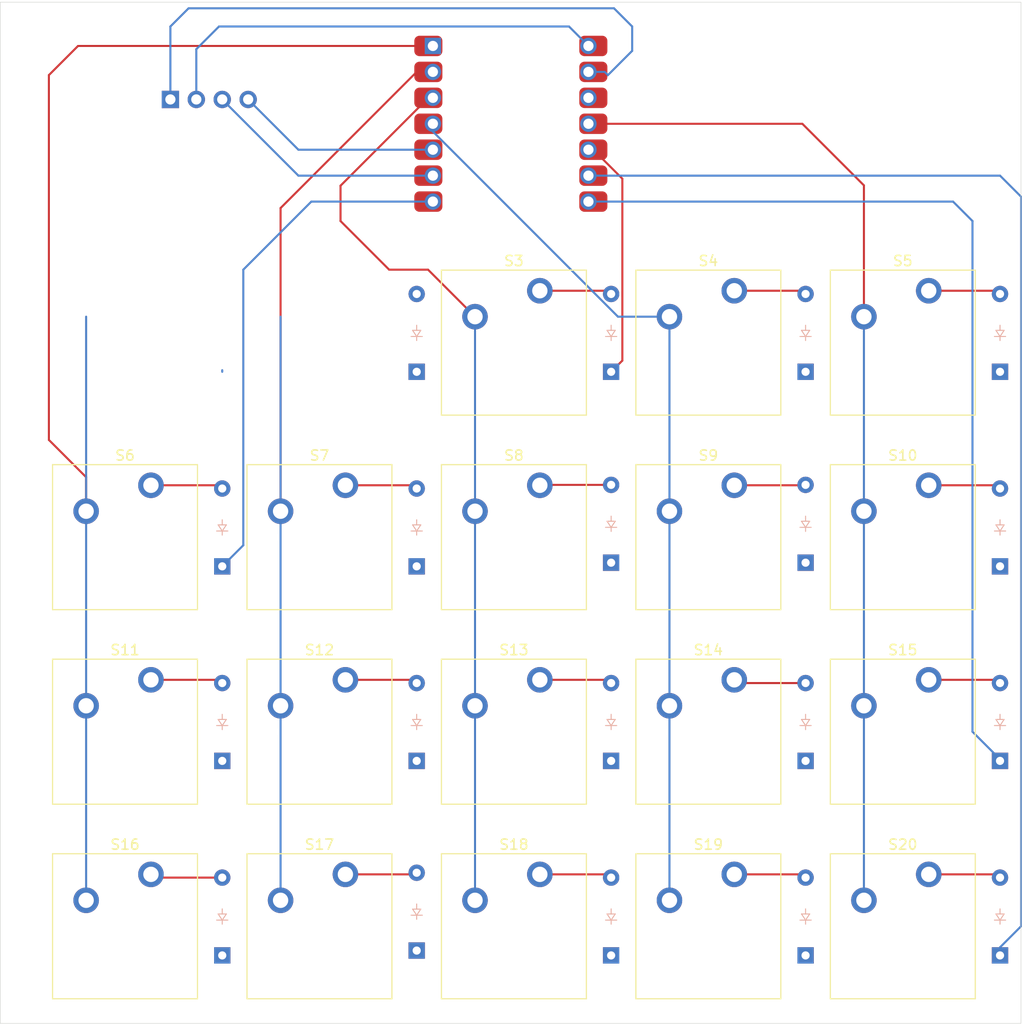
<source format=kicad_pcb>
(kicad_pcb (version 20240108) (generator "pcbnew") (generator_version "8.0")
  (layers (0 "F.Cu" signal) (31 "B.Cu" signal) (34 "B.Paste" user) (35 "F.Paste" user) (36 "B.SilkS" user "B.Silkscreen") (37 "F.SilkS" user "F.Silkscreen") (38 "B.Mask" user) (39 "F.Mask" user) (44 "Edge.Cuts" user))
  (net 0 "")
  (net 1 "row1")
  (net 2 "Net-(D2-A)")
  (net 3 "Net-(D3-A)")
  (net 4 "Net-(D4-A)")
  (net 5 "Net-(D5-A)")
  (net 6 "Net-(D6-A)")
  (net 7 "row2")
  (net 8 "Net-(D7-A)")
  (net 9 "Net-(D8-A)")
  (net 10 "Net-(D9-A)")
  (net 11 "Net-(D10-A)")
  (net 12 "row3")
  (net 13 "Net-(D11-A)")
  (net 14 "Net-(D12-A)")
  (net 15 "Net-(D13-A)")
  (net 16 "Net-(D14-A)")
  (net 17 "Net-(D15-A)")
  (net 18 "Net-(D16-A)")
  (net 19 "row4")
  (net 20 "Net-(D17-A)")
  (net 21 "Net-(D18-A)")
  (net 22 "Net-(D19-A)")
  (net 23 "Net-(D20-A)")
  (net 24 "column1")
  (net 25 "column2")
  (net 26 "column3")
  (net 27 "column4")
  (net 28 "column5")
  (net 29 "VCC")
  (net 30 "Gnd")
  (net 31 "SCL")
  (net 33 "SDA")
  (footprint "ScottoKeebs_MX:MX_PCB_1.00u" (layer "F.Cu") (at 135.5725 116.99875)
    (property "Reference" "S13" (at 0 -8 0) (layer "F.SilkS"))
    (property "Value" "Keyswitch")
    (fp_line (start -7.1 -7.1) (end -7.1 7.1) (stroke (width 0.12)) (layer "F.SilkS"))
    (fp_line (start -7.1 7.1) (end 7.1 7.1) (stroke (width 0.12)) (layer "F.SilkS"))
    (fp_line (start 7.1 -7.1) (end -7.1 -7.1) (stroke (width 0.12)) (layer "F.SilkS"))
    (fp_line (start 7.1 7.1) (end 7.1 -7.1) (stroke (width 0.12)) (layer "F.SilkS"))
    (pad "" np_thru_hole circle (at -5.08 0) (size 1.75 1.75) (drill 1.75) (layers "*.Cu" "*.Mask"))
    (pad "" np_thru_hole circle (at 0 0) (size 4 4) (drill 4) (layers "*.Cu" "*.Mask"))
    (pad "" np_thru_hole circle (at 5.08 0) (size 1.75 1.75) (drill 1.75) (layers "*.Cu" "*.Mask"))
    (pad "1" thru_hole circle (at -3.81 -2.54) (size 2.5 2.5) (drill 1.5) (layers "*.Cu" "*.Mask") (net 26 "column3"))
    (pad "2" thru_hole circle (at 2.54 -5.08) (size 2.5 2.5) (drill 1.5) (layers "*.Cu" "*.Mask") (net 15 "Net-(D13-A)"))
  )
  (footprint "ScottoKeebs_MX:MX_PCB_1.00u" (layer "F.Cu") (at 173.6725 136.04875)
    (property "Reference" "S20" (at 0 -8 0) (layer "F.SilkS"))
    (property "Value" "Keyswitch")
    (fp_line (start -7.1 -7.1) (end -7.1 7.1) (stroke (width 0.12)) (layer "F.SilkS"))
    (fp_line (start -7.1 7.1) (end 7.1 7.1) (stroke (width 0.12)) (layer "F.SilkS"))
    (fp_line (start 7.1 -7.1) (end -7.1 -7.1) (stroke (width 0.12)) (layer "F.SilkS"))
    (fp_line (start 7.1 7.1) (end 7.1 -7.1) (stroke (width 0.12)) (layer "F.SilkS"))
    (pad "" np_thru_hole circle (at -5.08 0) (size 1.75 1.75) (drill 1.75) (layers "*.Cu" "*.Mask"))
    (pad "" np_thru_hole circle (at 0 0) (size 4 4) (drill 4) (layers "*.Cu" "*.Mask"))
    (pad "" np_thru_hole circle (at 5.08 0) (size 1.75 1.75) (drill 1.75) (layers "*.Cu" "*.Mask"))
    (pad "1" thru_hole circle (at -3.81 -2.54) (size 2.5 2.5) (drill 1.5) (layers "*.Cu" "*.Mask") (net 28 "column5"))
    (pad "2" thru_hole circle (at 2.54 -5.08) (size 2.5 2.5) (drill 1.5) (layers "*.Cu" "*.Mask") (net 23 "Net-(D20-A)"))
  )
  (footprint "ScottoKeebs_MX:MX_PCB_1.00u" (layer "F.Cu") (at 97.4725 116.99875)
    (property "Reference" "S11" (at 0 -8 0) (layer "F.SilkS"))
    (property "Value" "Keyswitch")
    (fp_line (start -7.1 -7.1) (end -7.1 7.1) (stroke (width 0.12)) (layer "F.SilkS"))
    (fp_line (start -7.1 7.1) (end 7.1 7.1) (stroke (width 0.12)) (layer "F.SilkS"))
    (fp_line (start 7.1 -7.1) (end -7.1 -7.1) (stroke (width 0.12)) (layer "F.SilkS"))
    (fp_line (start 7.1 7.1) (end 7.1 -7.1) (stroke (width 0.12)) (layer "F.SilkS"))
    (pad "" np_thru_hole circle (at -5.08 0) (size 1.75 1.75) (drill 1.75) (layers "*.Cu" "*.Mask"))
    (pad "" np_thru_hole circle (at 0 0) (size 4 4) (drill 4) (layers "*.Cu" "*.Mask"))
    (pad "" np_thru_hole circle (at 5.08 0) (size 1.75 1.75) (drill 1.75) (layers "*.Cu" "*.Mask"))
    (pad "1" thru_hole circle (at -3.81 -2.54) (size 2.5 2.5) (drill 1.5) (layers "*.Cu" "*.Mask") (net 24 "column1"))
    (pad "2" thru_hole circle (at 2.54 -5.08) (size 2.5 2.5) (drill 1.5) (layers "*.Cu" "*.Mask") (net 13 "Net-(D11-A)"))
  )
  (footprint "ScottoKeebs_MX:MX_PCB_1.00u" (layer "F.Cu") (at 116.5225 97.94875)
    (property "Reference" "S7" (at 0 -8 0) (layer "F.SilkS"))
    (property "Value" "Keyswitch")
    (fp_line (start -7.1 -7.1) (end -7.1 7.1) (stroke (width 0.12)) (layer "F.SilkS"))
    (fp_line (start -7.1 7.1) (end 7.1 7.1) (stroke (width 0.12)) (layer "F.SilkS"))
    (fp_line (start 7.1 -7.1) (end -7.1 -7.1) (stroke (width 0.12)) (layer "F.SilkS"))
    (fp_line (start 7.1 7.1) (end 7.1 -7.1) (stroke (width 0.12)) (layer "F.SilkS"))
    (pad "" np_thru_hole circle (at -5.08 0) (size 1.75 1.75) (drill 1.75) (layers "*.Cu" "*.Mask"))
    (pad "" np_thru_hole circle (at 0 0) (size 4 4) (drill 4) (layers "*.Cu" "*.Mask"))
    (pad "" np_thru_hole circle (at 5.08 0) (size 1.75 1.75) (drill 1.75) (layers "*.Cu" "*.Mask"))
    (pad "1" thru_hole circle (at -3.81 -2.54) (size 2.5 2.5) (drill 1.5) (layers "*.Cu" "*.Mask") (net 25 "column2"))
    (pad "2" thru_hole circle (at 2.54 -5.08) (size 2.5 2.5) (drill 1.5) (layers "*.Cu" "*.Mask") (net 8 "Net-(D7-A)"))
  )
  (footprint "ScottoKeebs_MX:MX_PCB_1.00u" (layer "F.Cu") (at 154.6225 116.99875)
    (property "Reference" "S14" (at 0 -8 0) (layer "F.SilkS"))
    (property "Value" "Keyswitch")
    (fp_line (start -7.1 -7.1) (end -7.1 7.1) (stroke (width 0.12)) (layer "F.SilkS"))
    (fp_line (start -7.1 7.1) (end 7.1 7.1) (stroke (width 0.12)) (layer "F.SilkS"))
    (fp_line (start 7.1 -7.1) (end -7.1 -7.1) (stroke (width 0.12)) (layer "F.SilkS"))
    (fp_line (start 7.1 7.1) (end 7.1 -7.1) (stroke (width 0.12)) (layer "F.SilkS"))
    (pad "" np_thru_hole circle (at -5.08 0) (size 1.75 1.75) (drill 1.75) (layers "*.Cu" "*.Mask"))
    (pad "" np_thru_hole circle (at 0 0) (size 4 4) (drill 4) (layers "*.Cu" "*.Mask"))
    (pad "" np_thru_hole circle (at 5.08 0) (size 1.75 1.75) (drill 1.75) (layers "*.Cu" "*.Mask"))
    (pad "1" thru_hole circle (at -3.81 -2.54) (size 2.5 2.5) (drill 1.5) (layers "*.Cu" "*.Mask") (net 27 "column4"))
    (pad "2" thru_hole circle (at 2.54 -5.08) (size 2.5 2.5) (drill 1.5) (layers "*.Cu" "*.Mask") (net 16 "Net-(D14-A)"))
  )
  (footprint "ScottoKeebs_MX:MX_PCB_1.00u" (layer "F.Cu") (at 135.5725 136.04875)
    (property "Reference" "S18" (at 0 -8 0) (layer "F.SilkS"))
    (property "Value" "Keyswitch")
    (fp_line (start -7.1 -7.1) (end -7.1 7.1) (stroke (width 0.12)) (layer "F.SilkS"))
    (fp_line (start -7.1 7.1) (end 7.1 7.1) (stroke (width 0.12)) (layer "F.SilkS"))
    (fp_line (start 7.1 -7.1) (end -7.1 -7.1) (stroke (width 0.12)) (layer "F.SilkS"))
    (fp_line (start 7.1 7.1) (end 7.1 -7.1) (stroke (width 0.12)) (layer "F.SilkS"))
    (pad "" np_thru_hole circle (at -5.08 0) (size 1.75 1.75) (drill 1.75) (layers "*.Cu" "*.Mask"))
    (pad "" np_thru_hole circle (at 0 0) (size 4 4) (drill 4) (layers "*.Cu" "*.Mask"))
    (pad "" np_thru_hole circle (at 5.08 0) (size 1.75 1.75) (drill 1.75) (layers "*.Cu" "*.Mask"))
    (pad "1" thru_hole circle (at -3.81 -2.54) (size 2.5 2.5) (drill 1.5) (layers "*.Cu" "*.Mask") (net 26 "column3"))
    (pad "2" thru_hole circle (at 2.54 -5.08) (size 2.5 2.5) (drill 1.5) (layers "*.Cu" "*.Mask") (net 21 "Net-(D18-A)"))
  )
  (footprint "ScottoKeebs_Components:OLED_128x64" (layer "F.Cu") (at 105.7275 55.08625)
    (property "Reference" "J1" (hide yes))
    (property "Value" "OLED_128x64")
    (pad "1" thru_hole rect (at -3.81 0 90) (size 1.7 1.7) (drill 1) (layers "*.Cu" "*.Mask") (net 30 "Gnd"))
    (pad "2" thru_hole oval (at -1.27 0 90) (size 1.7 1.7) (drill 1) (layers "*.Cu" "*.Mask") (net 29 "VCC"))
    (pad "3" thru_hole oval (at 1.27 0 90) (size 1.7 1.7) (drill 1) (layers "*.Cu" "*.Mask") (net 31 "SCL"))
    (pad "4" thru_hole oval (at 3.81 0 90) (size 1.7 1.7) (drill 1) (layers "*.Cu" "*.Mask") (net 33 "SDA"))
  )
  (footprint "ScottoKeebs_MCU:Seeed_XIAO_RP2040" (layer "F.Cu") (at 135.255 57.4675)
    (property "Reference" "U1" (hide yes))
    (property "Value" "MCU_Seeed_XIAO_RP2040")
    (pad "1" smd roundrect (at -8.065 -7.62) (size 2.75 2) (layers "F.Cu" "F.Paste" "F.Mask") (net 24 "column1"))
    (pad "1" thru_hole rect (at -7.62 -7.62 90) (size 1.6 1.6) (drill 1) (layers "*.Cu" "*.Mask") (net 24 "column1"))
    (pad "2" smd roundrect (at -8.065 -5.08) (size 2.75 2) (layers "F.Cu" "F.Paste" "F.Mask") (net 25 "column2"))
    (pad "2" thru_hole circle (at -7.62 -5.08 90) (size 1.6 1.6) (drill 1) (layers "*.Cu" "*.Mask") (net 25 "column2"))
    (pad "3" smd roundrect (at -8.065 -2.54) (size 2.75 2) (layers "F.Cu" "F.Paste" "F.Mask") (net 26 "column3"))
    (pad "3" thru_hole circle (at -7.62 -2.54 90) (size 1.6 1.6) (drill 1) (layers "*.Cu" "*.Mask") (net 26 "column3"))
    (pad "4" smd roundrect (at -8.065 0) (size 2.75 2) (layers "F.Cu" "F.Paste" "F.Mask") (net 27 "column4"))
    (pad "4" thru_hole circle (at -7.62 0 90) (size 1.6 1.6) (drill 1) (layers "*.Cu" "*.Mask") (net 27 "column4"))
    (pad "5" smd roundrect (at -8.065 2.54) (size 2.75 2) (layers "F.Cu" "F.Paste" "F.Mask") (net 33 "SDA"))
    (pad "5" thru_hole circle (at -7.62 2.54 90) (size 1.6 1.6) (drill 1) (layers "*.Cu" "*.Mask") (net 33 "SDA"))
    (pad "6" smd roundrect (at -8.065 5.08) (size 2.75 2) (layers "F.Cu" "F.Paste" "F.Mask") (net 31 "SCL"))
    (pad "6" thru_hole circle (at -7.62 5.08 90) (size 1.6 1.6) (drill 1) (layers "*.Cu" "*.Mask") (net 31 "SCL"))
    (pad "7" smd roundrect (at -8.065 7.62) (size 2.75 2) (layers "F.Cu" "F.Paste" "F.Mask") (net 7 "row2"))
    (pad "7" thru_hole circle (at -7.62 7.62 90) (size 1.6 1.6) (drill 1) (layers "*.Cu" "*.Mask") (net 7 "row2"))
    (pad "8" thru_hole circle (at 7.62 7.62 90) (size 1.6 1.6) (drill 1) (layers "*.Cu" "*.Mask") (net 12 "row3"))
    (pad "8" smd roundrect (at 8.1 7.62) (size 2.75 2) (layers "F.Cu" "F.Paste" "F.Mask") (net 12 "row3"))
    (pad "9" thru_hole circle (at 7.62 5.08 90) (size 1.6 1.6) (drill 1) (layers "*.Cu" "*.Mask") (net 19 "row4"))
    (pad "9" smd roundrect (at 8.1 5.08) (size 2.75 2) (layers "F.Cu" "F.Paste" "F.Mask") (net 19 "row4"))
    (pad "10" thru_hole circle (at 7.62 2.54 90) (size 1.6 1.6) (drill 1) (layers "*.Cu" "*.Mask") (net 1 "row1"))
    (pad "10" smd roundrect (at 8.1 2.54) (size 2.75 2) (layers "F.Cu" "F.Paste" "F.Mask") (net 1 "row1"))
    (pad "11" thru_hole circle (at 7.62 0 90) (size 1.6 1.6) (drill 1) (layers "*.Cu" "*.Mask") (net 28 "column5"))
    (pad "11" smd roundrect (at 8.1 0) (size 2.75 2) (layers "F.Cu" "F.Paste" "F.Mask") (net 28 "column5"))
    (pad "12" thru_hole circle (at 7.62 -2.54 90) (size 1.6 1.6) (drill 1) (layers "*.Cu" "*.Mask"))
    (pad "12" smd roundrect (at 8.1 -2.54) (size 2.75 2) (layers "F.Cu" "F.Paste" "F.Mask"))
    (pad "13" thru_hole circle (at 7.62 -5.08 90) (size 1.6 1.6) (drill 1) (layers "*.Cu" "*.Mask") (net 30 "Gnd"))
    (pad "13" smd roundrect (at 8.1 -5.08) (size 2.75 2) (layers "F.Cu" "F.Paste" "F.Mask") (net 30 "Gnd"))
    (pad "14" thru_hole circle (at 7.62 -7.62 90) (size 1.6 1.6) (drill 1) (layers "*.Cu" "*.Mask") (net 29 "VCC"))
    (pad "14" smd roundrect (at 8.1 -7.62) (size 2.75 2) (layers "F.Cu" "F.Paste" "F.Mask") (net 29 "VCC"))
  )
  (footprint "ScottoKeebs_MX:MX_PCB_1.00u" (layer "F.Cu") (at 97.4725 136.04875)
    (property "Reference" "S16" (at 0 -8 0) (layer "F.SilkS"))
    (property "Value" "Keyswitch")
    (fp_line (start -7.1 -7.1) (end -7.1 7.1) (stroke (width 0.12)) (layer "F.SilkS"))
    (fp_line (start -7.1 7.1) (end 7.1 7.1) (stroke (width 0.12)) (layer "F.SilkS"))
    (fp_line (start 7.1 -7.1) (end -7.1 -7.1) (stroke (width 0.12)) (layer "F.SilkS"))
    (fp_line (start 7.1 7.1) (end 7.1 -7.1) (stroke (width 0.12)) (layer "F.SilkS"))
    (pad "" np_thru_hole circle (at -5.08 0) (size 1.75 1.75) (drill 1.75) (layers "*.Cu" "*.Mask"))
    (pad "" np_thru_hole circle (at 0 0) (size 4 4) (drill 4) (layers "*.Cu" "*.Mask"))
    (pad "" np_thru_hole circle (at 5.08 0) (size 1.75 1.75) (drill 1.75) (layers "*.Cu" "*.Mask"))
    (pad "1" thru_hole circle (at -3.81 -2.54) (size 2.5 2.5) (drill 1.5) (layers "*.Cu" "*.Mask") (net 24 "column1"))
    (pad "2" thru_hole circle (at 2.54 -5.08) (size 2.5 2.5) (drill 1.5) (layers "*.Cu" "*.Mask") (net 18 "Net-(D16-A)"))
  )
  (footprint "ScottoKeebs_MX:MX_PCB_1.00u" (layer "F.Cu") (at 97.4725 97.94875)
    (property "Reference" "S6" (at 0 -8 0) (layer "F.SilkS"))
    (property "Value" "Keyswitch")
    (fp_line (start -7.1 -7.1) (end -7.1 7.1) (stroke (width 0.12)) (layer "F.SilkS"))
    (fp_line (start -7.1 7.1) (end 7.1 7.1) (stroke (width 0.12)) (layer "F.SilkS"))
    (fp_line (start 7.1 -7.1) (end -7.1 -7.1) (stroke (width 0.12)) (layer "F.SilkS"))
    (fp_line (start 7.1 7.1) (end 7.1 -7.1) (stroke (width 0.12)) (layer "F.SilkS"))
    (pad "" np_thru_hole circle (at -5.08 0) (size 1.75 1.75) (drill 1.75) (layers "*.Cu" "*.Mask"))
    (pad "" np_thru_hole circle (at 0 0) (size 4 4) (drill 4) (layers "*.Cu" "*.Mask"))
    (pad "" np_thru_hole circle (at 5.08 0) (size 1.75 1.75) (drill 1.75) (layers "*.Cu" "*.Mask"))
    (pad "1" thru_hole circle (at -3.81 -2.54) (size 2.5 2.5) (drill 1.5) (layers "*.Cu" "*.Mask") (net 24 "column1"))
    (pad "2" thru_hole circle (at 2.54 -5.08) (size 2.5 2.5) (drill 1.5) (layers "*.Cu" "*.Mask") (net 6 "Net-(D6-A)"))
  )
  (footprint "ScottoKeebs_MX:MX_PCB_1.00u" (layer "F.Cu") (at 154.6225 97.94875)
    (property "Reference" "S9" (at 0 -8 0) (layer "F.SilkS"))
    (property "Value" "Keyswitch")
    (fp_line (start -7.1 -7.1) (end -7.1 7.1) (stroke (width 0.12)) (layer "F.SilkS"))
    (fp_line (start -7.1 7.1) (end 7.1 7.1) (stroke (width 0.12)) (layer "F.SilkS"))
    (fp_line (start 7.1 -7.1) (end -7.1 -7.1) (stroke (width 0.12)) (layer "F.SilkS"))
    (fp_line (start 7.1 7.1) (end 7.1 -7.1) (stroke (width 0.12)) (layer "F.SilkS"))
    (pad "" np_thru_hole circle (at -5.08 0) (size 1.75 1.75) (drill 1.75) (layers "*.Cu" "*.Mask"))
    (pad "" np_thru_hole circle (at 0 0) (size 4 4) (drill 4) (layers "*.Cu" "*.Mask"))
    (pad "" np_thru_hole circle (at 5.08 0) (size 1.75 1.75) (drill 1.75) (layers "*.Cu" "*.Mask"))
    (pad "1" thru_hole circle (at -3.81 -2.54) (size 2.5 2.5) (drill 1.5) (layers "*.Cu" "*.Mask") (net 27 "column4"))
    (pad "2" thru_hole circle (at 2.54 -5.08) (size 2.5 2.5) (drill 1.5) (layers "*.Cu" "*.Mask") (net 10 "Net-(D9-A)"))
  )
  (footprint "ScottoKeebs_MX:MX_PCB_1.00u" (layer "F.Cu") (at 154.6225 136.04875)
    (property "Reference" "S19" (at 0 -8 0) (layer "F.SilkS"))
    (property "Value" "Keyswitch")
    (fp_line (start -7.1 -7.1) (end -7.1 7.1) (stroke (width 0.12)) (layer "F.SilkS"))
    (fp_line (start -7.1 7.1) (end 7.1 7.1) (stroke (width 0.12)) (layer "F.SilkS"))
    (fp_line (start 7.1 -7.1) (end -7.1 -7.1) (stroke (width 0.12)) (layer "F.SilkS"))
    (fp_line (start 7.1 7.1) (end 7.1 -7.1) (stroke (width 0.12)) (layer "F.SilkS"))
    (pad "" np_thru_hole circle (at -5.08 0) (size 1.75 1.75) (drill 1.75) (layers "*.Cu" "*.Mask"))
    (pad "" np_thru_hole circle (at 0 0) (size 4 4) (drill 4) (layers "*.Cu" "*.Mask"))
    (pad "" np_thru_hole circle (at 5.08 0) (size 1.75 1.75) (drill 1.75) (layers "*.Cu" "*.Mask"))
    (pad "1" thru_hole circle (at -3.81 -2.54) (size 2.5 2.5) (drill 1.5) (layers "*.Cu" "*.Mask") (net 27 "column4"))
    (pad "2" thru_hole circle (at 2.54 -5.08) (size 2.5 2.5) (drill 1.5) (layers "*.Cu" "*.Mask") (net 22 "Net-(D19-A)"))
  )
  (footprint "ScottoKeebs_MX:MX_PCB_1.00u" (layer "F.Cu") (at 154.6225 78.89875)
    (property "Reference" "S4" (at 0 -8 0) (layer "F.SilkS"))
    (property "Value" "Keyswitch")
    (fp_line (start -7.1 -7.1) (end -7.1 7.1) (stroke (width 0.12)) (layer "F.SilkS"))
    (fp_line (start -7.1 7.1) (end 7.1 7.1) (stroke (width 0.12)) (layer "F.SilkS"))
    (fp_line (start 7.1 -7.1) (end -7.1 -7.1) (stroke (width 0.12)) (layer "F.SilkS"))
    (fp_line (start 7.1 7.1) (end 7.1 -7.1) (stroke (width 0.12)) (layer "F.SilkS"))
    (pad "" np_thru_hole circle (at -5.08 0) (size 1.75 1.75) (drill 1.75) (layers "*.Cu" "*.Mask"))
    (pad "" np_thru_hole circle (at 0 0) (size 4 4) (drill 4) (layers "*.Cu" "*.Mask"))
    (pad "" np_thru_hole circle (at 5.08 0) (size 1.75 1.75) (drill 1.75) (layers "*.Cu" "*.Mask"))
    (pad "1" thru_hole circle (at -3.81 -2.54) (size 2.5 2.5) (drill 1.5) (layers "*.Cu" "*.Mask") (net 27 "column4"))
    (pad "2" thru_hole circle (at 2.54 -5.08) (size 2.5 2.5) (drill 1.5) (layers "*.Cu" "*.Mask") (net 4 "Net-(D4-A)"))
  )
  (footprint "ScottoKeebs_MX:MX_PCB_1.00u" (layer "F.Cu") (at 135.5725 97.94875)
    (property "Reference" "S8" (at 0 -8 0) (layer "F.SilkS"))
    (property "Value" "Keyswitch")
    (fp_line (start -7.1 -7.1) (end -7.1 7.1) (stroke (width 0.12)) (layer "F.SilkS"))
    (fp_line (start -7.1 7.1) (end 7.1 7.1) (stroke (width 0.12)) (layer "F.SilkS"))
    (fp_line (start 7.1 -7.1) (end -7.1 -7.1) (stroke (width 0.12)) (layer "F.SilkS"))
    (fp_line (start 7.1 7.1) (end 7.1 -7.1) (stroke (width 0.12)) (layer "F.SilkS"))
    (pad "" np_thru_hole circle (at -5.08 0) (size 1.75 1.75) (drill 1.75) (layers "*.Cu" "*.Mask"))
    (pad "" np_thru_hole circle (at 0 0) (size 4 4) (drill 4) (layers "*.Cu" "*.Mask"))
    (pad "" np_thru_hole circle (at 5.08 0) (size 1.75 1.75) (drill 1.75) (layers "*.Cu" "*.Mask"))
    (pad "1" thru_hole circle (at -3.81 -2.54) (size 2.5 2.5) (drill 1.5) (layers "*.Cu" "*.Mask") (net 26 "column3"))
    (pad "2" thru_hole circle (at 2.54 -5.08) (size 2.5 2.5) (drill 1.5) (layers "*.Cu" "*.Mask") (net 9 "Net-(D8-A)"))
  )
  (footprint "ScottoKeebs_MX:MX_PCB_1.00u" (layer "F.Cu") (at 116.5225 116.99875)
    (property "Reference" "S12" (at 0 -8 0) (layer "F.SilkS"))
    (property "Value" "Keyswitch")
    (fp_line (start -7.1 -7.1) (end -7.1 7.1) (stroke (width 0.12)) (layer "F.SilkS"))
    (fp_line (start -7.1 7.1) (end 7.1 7.1) (stroke (width 0.12)) (layer "F.SilkS"))
    (fp_line (start 7.1 -7.1) (end -7.1 -7.1) (stroke (width 0.12)) (layer "F.SilkS"))
    (fp_line (start 7.1 7.1) (end 7.1 -7.1) (stroke (width 0.12)) (layer "F.SilkS"))
    (pad "" np_thru_hole circle (at -5.08 0) (size 1.75 1.75) (drill 1.75) (layers "*.Cu" "*.Mask"))
    (pad "" np_thru_hole circle (at 0 0) (size 4 4) (drill 4) (layers "*.Cu" "*.Mask"))
    (pad "" np_thru_hole circle (at 5.08 0) (size 1.75 1.75) (drill 1.75) (layers "*.Cu" "*.Mask"))
    (pad "1" thru_hole circle (at -3.81 -2.54) (size 2.5 2.5) (drill 1.5) (layers "*.Cu" "*.Mask") (net 25 "column2"))
    (pad "2" thru_hole circle (at 2.54 -5.08) (size 2.5 2.5) (drill 1.5) (layers "*.Cu" "*.Mask") (net 14 "Net-(D12-A)"))
  )
  (footprint "ScottoKeebs_MX:MX_PCB_1.00u" (layer "F.Cu") (at 173.6725 97.94875)
    (property "Reference" "S10" (at 0 -8 0) (layer "F.SilkS"))
    (property "Value" "Keyswitch")
    (fp_line (start -7.1 -7.1) (end -7.1 7.1) (stroke (width 0.12)) (layer "F.SilkS"))
    (fp_line (start -7.1 7.1) (end 7.1 7.1) (stroke (width 0.12)) (layer "F.SilkS"))
    (fp_line (start 7.1 -7.1) (end -7.1 -7.1) (stroke (width 0.12)) (layer "F.SilkS"))
    (fp_line (start 7.1 7.1) (end 7.1 -7.1) (stroke (width 0.12)) (layer "F.SilkS"))
    (pad "" np_thru_hole circle (at -5.08 0) (size 1.75 1.75) (drill 1.75) (layers "*.Cu" "*.Mask"))
    (pad "" np_thru_hole circle (at 0 0) (size 4 4) (drill 4) (layers "*.Cu" "*.Mask"))
    (pad "" np_thru_hole circle (at 5.08 0) (size 1.75 1.75) (drill 1.75) (layers "*.Cu" "*.Mask"))
    (pad "1" thru_hole circle (at -3.81 -2.54) (size 2.5 2.5) (drill 1.5) (layers "*.Cu" "*.Mask") (net 28 "column5"))
    (pad "2" thru_hole circle (at 2.54 -5.08) (size 2.5 2.5) (drill 1.5) (layers "*.Cu" "*.Mask") (net 11 "Net-(D10-A)"))
  )
  (footprint "ScottoKeebs_MX:MX_PCB_1.00u" (layer "F.Cu") (at 116.5225 136.04875)
    (property "Reference" "S17" (at 0 -8 0) (layer "F.SilkS"))
    (property "Value" "Keyswitch")
    (fp_line (start -7.1 -7.1) (end -7.1 7.1) (stroke (width 0.12)) (layer "F.SilkS"))
    (fp_line (start -7.1 7.1) (end 7.1 7.1) (stroke (width 0.12)) (layer "F.SilkS"))
    (fp_line (start 7.1 -7.1) (end -7.1 -7.1) (stroke (width 0.12)) (layer "F.SilkS"))
    (fp_line (start 7.1 7.1) (end 7.1 -7.1) (stroke (width 0.12)) (layer "F.SilkS"))
    (pad "" np_thru_hole circle (at -5.08 0) (size 1.75 1.75) (drill 1.75) (layers "*.Cu" "*.Mask"))
    (pad "" np_thru_hole circle (at 0 0) (size 4 4) (drill 4) (layers "*.Cu" "*.Mask"))
    (pad "" np_thru_hole circle (at 5.08 0) (size 1.75 1.75) (drill 1.75) (layers "*.Cu" "*.Mask"))
    (pad "1" thru_hole circle (at -3.81 -2.54) (size 2.5 2.5) (drill 1.5) (layers "*.Cu" "*.Mask") (net 25 "column2"))
    (pad "2" thru_hole circle (at 2.54 -5.08) (size 2.5 2.5) (drill 1.5) (layers "*.Cu" "*.Mask") (net 20 "Net-(D17-A)"))
  )
  (footprint "ScottoKeebs_MX:MX_PCB_1.00u" (layer "F.Cu") (at 173.6725 116.99875)
    (property "Reference" "S15" (at 0 -8 0) (layer "F.SilkS"))
    (property "Value" "Keyswitch")
    (fp_line (start -7.1 -7.1) (end -7.1 7.1) (stroke (width 0.12)) (layer "F.SilkS"))
    (fp_line (start -7.1 7.1) (end 7.1 7.1) (stroke (width 0.12)) (layer "F.SilkS"))
    (fp_line (start 7.1 -7.1) (end -7.1 -7.1) (stroke (width 0.12)) (layer "F.SilkS"))
    (fp_line (start 7.1 7.1) (end 7.1 -7.1) (stroke (width 0.12)) (layer "F.SilkS"))
    (pad "" np_thru_hole circle (at -5.08 0) (size 1.75 1.75) (drill 1.75) (layers "*.Cu" "*.Mask"))
    (pad "" np_thru_hole circle (at 0 0) (size 4 4) (drill 4) (layers "*.Cu" "*.Mask"))
    (pad "" np_thru_hole circle (at 5.08 0) (size 1.75 1.75) (drill 1.75) (layers "*.Cu" "*.Mask"))
    (pad "1" thru_hole circle (at -3.81 -2.54) (size 2.5 2.5) (drill 1.5) (layers "*.Cu" "*.Mask") (net 28 "column5"))
    (pad "2" thru_hole circle (at 2.54 -5.08) (size 2.5 2.5) (drill 1.5) (layers "*.Cu" "*.Mask") (net 17 "Net-(D15-A)"))
  )
  (footprint "ScottoKeebs_MX:MX_PCB_1.00u" (layer "F.Cu") (at 173.6725 78.89875)
    (property "Reference" "S5" (at 0 -8 0) (layer "F.SilkS"))
    (property "Value" "Keyswitch")
    (fp_line (start -7.1 -7.1) (end -7.1 7.1) (stroke (width 0.12)) (layer "F.SilkS"))
    (fp_line (start -7.1 7.1) (end 7.1 7.1) (stroke (width 0.12)) (layer "F.SilkS"))
    (fp_line (start 7.1 -7.1) (end -7.1 -7.1) (stroke (width 0.12)) (layer "F.SilkS"))
    (fp_line (start 7.1 7.1) (end 7.1 -7.1) (stroke (width 0.12)) (layer "F.SilkS"))
    (pad "" np_thru_hole circle (at -5.08 0) (size 1.75 1.75) (drill 1.75) (layers "*.Cu" "*.Mask"))
    (pad "" np_thru_hole circle (at 0 0) (size 4 4) (drill 4) (layers "*.Cu" "*.Mask"))
    (pad "" np_thru_hole circle (at 5.08 0) (size 1.75 1.75) (drill 1.75) (layers "*.Cu" "*.Mask"))
    (pad "1" thru_hole circle (at -3.81 -2.54) (size 2.5 2.5) (drill 1.5) (layers "*.Cu" "*.Mask") (net 28 "column5"))
    (pad "2" thru_hole circle (at 2.54 -5.08) (size 2.5 2.5) (drill 1.5) (layers "*.Cu" "*.Mask") (net 5 "Net-(D5-A)"))
  )
  (footprint "ScottoKeebs_MX:MX_PCB_1.00u" (layer "F.Cu") (at 135.5725 78.89875)
    (property "Reference" "S3" (at 0 -8 0) (layer "F.SilkS"))
    (property "Value" "Keyswitch")
    (fp_line (start -7.1 -7.1) (end -7.1 7.1) (stroke (width 0.12)) (layer "F.SilkS"))
    (fp_line (start -7.1 7.1) (end 7.1 7.1) (stroke (width 0.12)) (layer "F.SilkS"))
    (fp_line (start 7.1 -7.1) (end -7.1 -7.1) (stroke (width 0.12)) (layer "F.SilkS"))
    (fp_line (start 7.1 7.1) (end 7.1 -7.1) (stroke (width 0.12)) (layer "F.SilkS"))
    (pad "" np_thru_hole circle (at -5.08 0) (size 1.75 1.75) (drill 1.75) (layers "*.Cu" "*.Mask"))
    (pad "" np_thru_hole circle (at 0 0) (size 4 4) (drill 4) (layers "*.Cu" "*.Mask"))
    (pad "" np_thru_hole circle (at 5.08 0) (size 1.75 1.75) (drill 1.75) (layers "*.Cu" "*.Mask"))
    (pad "1" thru_hole circle (at -3.81 -2.54) (size 2.5 2.5) (drill 1.5) (layers "*.Cu" "*.Mask") (net 26 "column3"))
    (pad "2" thru_hole circle (at 2.54 -5.08) (size 2.5 2.5) (drill 1.5) (layers "*.Cu" "*.Mask") (net 3 "Net-(D3-A)"))
  )
  (footprint "ScottoKeebs_Components:Diode_DO-35" (layer "B.Cu") (at 164.1475 81.75625 90)
    (property "Reference" "D4" (hide yes))
    (property "Value" "Diode" (hide yes))
    (fp_line (start 3.46 -0.55) (end 3.46 0.55) (stroke (width 0.1)) (layer "B.SilkS"))
    (fp_line (start 4.06 -0.4) (end 4.06 0.4) (stroke (width 0.1)) (layer "B.SilkS"))
    (fp_line (start 4.56 0) (end 4.06 0) (stroke (width 0.1)) (layer "B.SilkS"))
    (fp_line (start 3.46 0) (end 4.06 -0.4) (stroke (width 0.1)) (layer "B.SilkS"))
    (fp_line (start 3.46 0) (end 3.06 0) (stroke (width 0.1)) (layer "B.SilkS"))
    (fp_line (start 4.06 0.4) (end 3.46 0) (stroke (width 0.1)) (layer "B.SilkS"))
    (pad "1" thru_hole rect (at 0 0 90) (size 1.6 1.6) (drill 0.8) (layers "*.Cu" "*.Mask") (net 1 "row1"))
    (pad "2" thru_hole oval (at 7.62 0 90) (size 1.6 1.6) (drill 0.8) (layers "*.Cu" "*.Mask") (net 4 "Net-(D4-A)"))
  )
  (footprint "ScottoKeebs_Components:Diode_DO-35" (layer "B.Cu") (at 106.9975 138.90625 90)
    (property "Reference" "D16" (hide yes))
    (property "Value" "Diode" (hide yes))
    (fp_line (start 3.46 -0.55) (end 3.46 0.55) (stroke (width 0.1)) (layer "B.SilkS"))
    (fp_line (start 4.06 -0.4) (end 4.06 0.4) (stroke (width 0.1)) (layer "B.SilkS"))
    (fp_line (start 4.56 0) (end 4.06 0) (stroke (width 0.1)) (layer "B.SilkS"))
    (fp_line (start 3.46 0) (end 4.06 -0.4) (stroke (width 0.1)) (layer "B.SilkS"))
    (fp_line (start 3.46 0) (end 3.06 0) (stroke (width 0.1)) (layer "B.SilkS"))
    (fp_line (start 4.06 0.4) (end 3.46 0) (stroke (width 0.1)) (layer "B.SilkS"))
    (pad "1" thru_hole rect (at 0 0 90) (size 1.6 1.6) (drill 0.8) (layers "*.Cu" "*.Mask") (net 19 "row4"))
    (pad "2" thru_hole oval (at 7.62 0 90) (size 1.6 1.6) (drill 0.8) (layers "*.Cu" "*.Mask") (net 18 "Net-(D16-A)"))
  )
  (footprint "ScottoKeebs_Components:Diode_DO-35" (layer "B.Cu") (at 106.9975 100.80625 90)
    (property "Reference" "D6" (hide yes))
    (property "Value" "Diode" (hide yes))
    (fp_line (start 3.46 -0.55) (end 3.46 0.55) (stroke (width 0.1)) (layer "B.SilkS"))
    (fp_line (start 4.06 -0.4) (end 4.06 0.4) (stroke (width 0.1)) (layer "B.SilkS"))
    (fp_line (start 4.56 0) (end 4.06 0) (stroke (width 0.1)) (layer "B.SilkS"))
    (fp_line (start 3.46 0) (end 4.06 -0.4) (stroke (width 0.1)) (layer "B.SilkS"))
    (fp_line (start 3.46 0) (end 3.06 0) (stroke (width 0.1)) (layer "B.SilkS"))
    (fp_line (start 4.06 0.4) (end 3.46 0) (stroke (width 0.1)) (layer "B.SilkS"))
    (pad "1" thru_hole rect (at 0 0 90) (size 1.6 1.6) (drill 0.8) (layers "*.Cu" "*.Mask") (net 7 "row2"))
    (pad "2" thru_hole oval (at 7.62 0 90) (size 1.6 1.6) (drill 0.8) (layers "*.Cu" "*.Mask") (net 6 "Net-(D6-A)"))
  )
  (footprint "ScottoKeebs_Components:Diode_DO-35" (layer "B.Cu") (at 126.0475 138.43 90)
    (property "Reference" "D17" (hide yes))
    (property "Value" "Diode" (hide yes))
    (fp_line (start 3.46 -0.55) (end 3.46 0.55) (stroke (width 0.1)) (layer "B.SilkS"))
    (fp_line (start 4.06 -0.4) (end 4.06 0.4) (stroke (width 0.1)) (layer "B.SilkS"))
    (fp_line (start 4.56 0) (end 4.06 0) (stroke (width 0.1)) (layer "B.SilkS"))
    (fp_line (start 3.46 0) (end 4.06 -0.4) (stroke (width 0.1)) (layer "B.SilkS"))
    (fp_line (start 3.46 0) (end 3.06 0) (stroke (width 0.1)) (layer "B.SilkS"))
    (fp_line (start 4.06 0.4) (end 3.46 0) (stroke (width 0.1)) (layer "B.SilkS"))
    (pad "1" thru_hole rect (at 0 0 90) (size 1.6 1.6) (drill 0.8) (layers "*.Cu" "*.Mask") (net 19 "row4"))
    (pad "2" thru_hole oval (at 7.62 0 90) (size 1.6 1.6) (drill 0.8) (layers "*.Cu" "*.Mask") (net 20 "Net-(D17-A)"))
  )
  (footprint "ScottoKeebs_Components:Diode_DO-35" (layer "B.Cu") (at 145.0975 138.90625 90)
    (property "Reference" "D18" (hide yes))
    (property "Value" "Diode" (hide yes))
    (fp_line (start 3.46 -0.55) (end 3.46 0.55) (stroke (width 0.1)) (layer "B.SilkS"))
    (fp_line (start 4.06 -0.4) (end 4.06 0.4) (stroke (width 0.1)) (layer "B.SilkS"))
    (fp_line (start 4.56 0) (end 4.06 0) (stroke (width 0.1)) (layer "B.SilkS"))
    (fp_line (start 3.46 0) (end 4.06 -0.4) (stroke (width 0.1)) (layer "B.SilkS"))
    (fp_line (start 3.46 0) (end 3.06 0) (stroke (width 0.1)) (layer "B.SilkS"))
    (fp_line (start 4.06 0.4) (end 3.46 0) (stroke (width 0.1)) (layer "B.SilkS"))
    (pad "1" thru_hole rect (at 0 0 90) (size 1.6 1.6) (drill 0.8) (layers "*.Cu" "*.Mask") (net 19 "row4"))
    (pad "2" thru_hole oval (at 7.62 0 90) (size 1.6 1.6) (drill 0.8) (layers "*.Cu" "*.Mask") (net 21 "Net-(D18-A)"))
  )
  (footprint "ScottoKeebs_Components:Diode_DO-35" (layer "B.Cu") (at 164.1475 100.44875 90)
    (property "Reference" "D9" (hide yes))
    (property "Value" "Diode" (hide yes))
    (fp_line (start 3.46 -0.55) (end 3.46 0.55) (stroke (width 0.1)) (layer "B.SilkS"))
    (fp_line (start 4.06 -0.4) (end 4.06 0.4) (stroke (width 0.1)) (layer "B.SilkS"))
    (fp_line (start 4.56 0) (end 4.06 0) (stroke (width 0.1)) (layer "B.SilkS"))
    (fp_line (start 3.46 0) (end 4.06 -0.4) (stroke (width 0.1)) (layer "B.SilkS"))
    (fp_line (start 3.46 0) (end 3.06 0) (stroke (width 0.1)) (layer "B.SilkS"))
    (fp_line (start 4.06 0.4) (end 3.46 0) (stroke (width 0.1)) (layer "B.SilkS"))
    (pad "1" thru_hole rect (at 0 0 90) (size 1.6 1.6) (drill 0.8) (layers "*.Cu" "*.Mask") (net 7 "row2"))
    (pad "2" thru_hole oval (at 7.62 0 90) (size 1.6 1.6) (drill 0.8) (layers "*.Cu" "*.Mask") (net 10 "Net-(D9-A)"))
  )
  (footprint "ScottoKeebs_Components:Diode_DO-35" (layer "B.Cu") (at 126.0475 81.75625 90)
    (property "Reference" "D2" (hide yes))
    (property "Value" "Diode" (hide yes))
    (fp_line (start 3.46 -0.55) (end 3.46 0.55) (stroke (width 0.1)) (layer "B.SilkS"))
    (fp_line (start 4.06 -0.4) (end 4.06 0.4) (stroke (width 0.1)) (layer "B.SilkS"))
    (fp_line (start 4.56 0) (end 4.06 0) (stroke (width 0.1)) (layer "B.SilkS"))
    (fp_line (start 3.46 0) (end 4.06 -0.4) (stroke (width 0.1)) (layer "B.SilkS"))
    (fp_line (start 3.46 0) (end 3.06 0) (stroke (width 0.1)) (layer "B.SilkS"))
    (fp_line (start 4.06 0.4) (end 3.46 0) (stroke (width 0.1)) (layer "B.SilkS"))
    (pad "1" thru_hole rect (at 0 0 90) (size 1.6 1.6) (drill 0.8) (layers "*.Cu" "*.Mask") (net 1 "row1"))
    (pad "2" thru_hole oval (at 7.62 0 90) (size 1.6 1.6) (drill 0.8) (layers "*.Cu" "*.Mask") (net 2 "Net-(D2-A)"))
  )
  (footprint "ScottoKeebs_Components:Diode_DO-35" (layer "B.Cu") (at 145.0975 119.85625 90)
    (property "Reference" "D13" (hide yes))
    (property "Value" "Diode" (hide yes))
    (fp_line (start 3.46 -0.55) (end 3.46 0.55) (stroke (width 0.1)) (layer "B.SilkS"))
    (fp_line (start 4.06 -0.4) (end 4.06 0.4) (stroke (width 0.1)) (layer "B.SilkS"))
    (fp_line (start 4.56 0) (end 4.06 0) (stroke (width 0.1)) (layer "B.SilkS"))
    (fp_line (start 3.46 0) (end 4.06 -0.4) (stroke (width 0.1)) (layer "B.SilkS"))
    (fp_line (start 3.46 0) (end 3.06 0) (stroke (width 0.1)) (layer "B.SilkS"))
    (fp_line (start 4.06 0.4) (end 3.46 0) (stroke (width 0.1)) (layer "B.SilkS"))
    (pad "1" thru_hole rect (at 0 0 90) (size 1.6 1.6) (drill 0.8) (layers "*.Cu" "*.Mask") (net 12 "row3"))
    (pad "2" thru_hole oval (at 7.62 0 90) (size 1.6 1.6) (drill 0.8) (layers "*.Cu" "*.Mask") (net 15 "Net-(D13-A)"))
  )
  (footprint "ScottoKeebs_Components:Diode_DO-35" (layer "B.Cu") (at 183.1975 119.85625 90)
    (property "Reference" "D15" (hide yes))
    (property "Value" "Diode" (hide yes))
    (fp_line (start 3.46 -0.55) (end 3.46 0.55) (stroke (width 0.1)) (layer "B.SilkS"))
    (fp_line (start 4.06 -0.4) (end 4.06 0.4) (stroke (width 0.1)) (layer "B.SilkS"))
    (fp_line (start 4.56 0) (end 4.06 0) (stroke (width 0.1)) (layer "B.SilkS"))
    (fp_line (start 3.46 0) (end 4.06 -0.4) (stroke (width 0.1)) (layer "B.SilkS"))
    (fp_line (start 3.46 0) (end 3.06 0) (stroke (width 0.1)) (layer "B.SilkS"))
    (fp_line (start 4.06 0.4) (end 3.46 0) (stroke (width 0.1)) (layer "B.SilkS"))
    (pad "1" thru_hole rect (at 0 0 90) (size 1.6 1.6) (drill 0.8) (layers "*.Cu" "*.Mask") (net 12 "row3"))
    (pad "2" thru_hole oval (at 7.62 0 90) (size 1.6 1.6) (drill 0.8) (layers "*.Cu" "*.Mask") (net 17 "Net-(D15-A)"))
  )
  (footprint "ScottoKeebs_Components:Diode_DO-35" (layer "B.Cu") (at 164.1475 138.90625 90)
    (property "Reference" "D19" (hide yes))
    (property "Value" "Diode" (hide yes))
    (fp_line (start 3.46 -0.55) (end 3.46 0.55) (stroke (width 0.1)) (layer "B.SilkS"))
    (fp_line (start 4.06 -0.4) (end 4.06 0.4) (stroke (width 0.1)) (layer "B.SilkS"))
    (fp_line (start 4.56 0) (end 4.06 0) (stroke (width 0.1)) (layer "B.SilkS"))
    (fp_line (start 3.46 0) (end 4.06 -0.4) (stroke (width 0.1)) (layer "B.SilkS"))
    (fp_line (start 3.46 0) (end 3.06 0) (stroke (width 0.1)) (layer "B.SilkS"))
    (fp_line (start 4.06 0.4) (end 3.46 0) (stroke (width 0.1)) (layer "B.SilkS"))
    (pad "1" thru_hole rect (at 0 0 90) (size 1.6 1.6) (drill 0.8) (layers "*.Cu" "*.Mask") (net 19 "row4"))
    (pad "2" thru_hole oval (at 7.62 0 90) (size 1.6 1.6) (drill 0.8) (layers "*.Cu" "*.Mask") (net 22 "Net-(D19-A)"))
  )
  (footprint "ScottoKeebs_Components:Diode_DO-35" (layer "B.Cu") (at 183.1975 138.90625 90)
    (property "Reference" "D20" (hide yes))
    (property "Value" "Diode" (hide yes))
    (fp_line (start 3.46 -0.55) (end 3.46 0.55) (stroke (width 0.1)) (layer "B.SilkS"))
    (fp_line (start 4.06 -0.4) (end 4.06 0.4) (stroke (width 0.1)) (layer "B.SilkS"))
    (fp_line (start 4.56 0) (end 4.06 0) (stroke (width 0.1)) (layer "B.SilkS"))
    (fp_line (start 3.46 0) (end 4.06 -0.4) (stroke (width 0.1)) (layer "B.SilkS"))
    (fp_line (start 3.46 0) (end 3.06 0) (stroke (width 0.1)) (layer "B.SilkS"))
    (fp_line (start 4.06 0.4) (end 3.46 0) (stroke (width 0.1)) (layer "B.SilkS"))
    (pad "1" thru_hole rect (at 0 0 90) (size 1.6 1.6) (drill 0.8) (layers "*.Cu" "*.Mask") (net 19 "row4"))
    (pad "2" thru_hole oval (at 7.62 0 90) (size 1.6 1.6) (drill 0.8) (layers "*.Cu" "*.Mask") (net 23 "Net-(D20-A)"))
  )
  (footprint "ScottoKeebs_Components:Diode_DO-35" (layer "B.Cu") (at 145.0975 100.44875 90)
    (property "Reference" "D8" (hide yes))
    (property "Value" "Diode" (hide yes))
    (fp_line (start 3.46 -0.55) (end 3.46 0.55) (stroke (width 0.1)) (layer "B.SilkS"))
    (fp_line (start 4.06 -0.4) (end 4.06 0.4) (stroke (width 0.1)) (layer "B.SilkS"))
    (fp_line (start 4.56 0) (end 4.06 0) (stroke (width 0.1)) (layer "B.SilkS"))
    (fp_line (start 3.46 0) (end 4.06 -0.4) (stroke (width 0.1)) (layer "B.SilkS"))
    (fp_line (start 3.46 0) (end 3.06 0) (stroke (width 0.1)) (layer "B.SilkS"))
    (fp_line (start 4.06 0.4) (end 3.46 0) (stroke (width 0.1)) (layer "B.SilkS"))
    (pad "1" thru_hole rect (at 0 0 90) (size 1.6 1.6) (drill 0.8) (layers "*.Cu" "*.Mask") (net 7 "row2"))
    (pad "2" thru_hole oval (at 7.62 0 90) (size 1.6 1.6) (drill 0.8) (layers "*.Cu" "*.Mask") (net 9 "Net-(D8-A)"))
  )
  (footprint "ScottoKeebs_Components:Diode_DO-35" (layer "B.Cu") (at 126.0475 119.85625 90)
    (property "Reference" "D12" (hide yes))
    (property "Value" "Diode" (hide yes))
    (fp_line (start 3.46 -0.55) (end 3.46 0.55) (stroke (width 0.1)) (layer "B.SilkS"))
    (fp_line (start 4.06 -0.4) (end 4.06 0.4) (stroke (width 0.1)) (layer "B.SilkS"))
    (fp_line (start 4.56 0) (end 4.06 0) (stroke (width 0.1)) (layer "B.SilkS"))
    (fp_line (start 3.46 0) (end 4.06 -0.4) (stroke (width 0.1)) (layer "B.SilkS"))
    (fp_line (start 3.46 0) (end 3.06 0) (stroke (width 0.1)) (layer "B.SilkS"))
    (fp_line (start 4.06 0.4) (end 3.46 0) (stroke (width 0.1)) (layer "B.SilkS"))
    (pad "1" thru_hole rect (at 0 0 90) (size 1.6 1.6) (drill 0.8) (layers "*.Cu" "*.Mask") (net 12 "row3"))
    (pad "2" thru_hole oval (at 7.62 0 90) (size 1.6 1.6) (drill 0.8) (layers "*.Cu" "*.Mask") (net 14 "Net-(D12-A)"))
  )
  (footprint "ScottoKeebs_Components:Diode_DO-35" (layer "B.Cu") (at 183.1975 81.75625 90)
    (property "Reference" "D5" (hide yes))
    (property "Value" "Diode" (hide yes))
    (fp_line (start 3.46 -0.55) (end 3.46 0.55) (stroke (width 0.1)) (layer "B.SilkS"))
    (fp_line (start 4.06 -0.4) (end 4.06 0.4) (stroke (width 0.1)) (layer "B.SilkS"))
    (fp_line (start 4.56 0) (end 4.06 0) (stroke (width 0.1)) (layer "B.SilkS"))
    (fp_line (start 3.46 0) (end 4.06 -0.4) (stroke (width 0.1)) (layer "B.SilkS"))
    (fp_line (start 3.46 0) (end 3.06 0) (stroke (width 0.1)) (layer "B.SilkS"))
    (fp_line (start 4.06 0.4) (end 3.46 0) (stroke (width 0.1)) (layer "B.SilkS"))
    (pad "1" thru_hole rect (at 0 0 90) (size 1.6 1.6) (drill 0.8) (layers "*.Cu" "*.Mask") (net 1 "row1"))
    (pad "2" thru_hole oval (at 7.62 0 90) (size 1.6 1.6) (drill 0.8) (layers "*.Cu" "*.Mask") (net 5 "Net-(D5-A)"))
  )
  (footprint "ScottoKeebs_Components:Diode_DO-35" (layer "B.Cu") (at 126.0475 100.80625 90)
    (property "Reference" "D7" (hide yes))
    (property "Value" "Diode" (hide yes))
    (fp_line (start 3.46 -0.55) (end 3.46 0.55) (stroke (width 0.1)) (layer "B.SilkS"))
    (fp_line (start 4.06 -0.4) (end 4.06 0.4) (stroke (width 0.1)) (layer "B.SilkS"))
    (fp_line (start 4.56 0) (end 4.06 0) (stroke (width 0.1)) (layer "B.SilkS"))
    (fp_line (start 3.46 0) (end 4.06 -0.4) (stroke (width 0.1)) (layer "B.SilkS"))
    (fp_line (start 3.46 0) (end 3.06 0) (stroke (width 0.1)) (layer "B.SilkS"))
    (fp_line (start 4.06 0.4) (end 3.46 0) (stroke (width 0.1)) (layer "B.SilkS"))
    (pad "1" thru_hole rect (at 0 0 90) (size 1.6 1.6) (drill 0.8) (layers "*.Cu" "*.Mask") (net 7 "row2"))
    (pad "2" thru_hole oval (at 7.62 0 90) (size 1.6 1.6) (drill 0.8) (layers "*.Cu" "*.Mask") (net 8 "Net-(D7-A)"))
  )
  (footprint "ScottoKeebs_Components:Diode_DO-35" (layer "B.Cu") (at 145.0975 81.75625 90)
    (property "Reference" "D3" (hide yes))
    (property "Value" "Diode" (hide yes))
    (fp_line (start 3.46 -0.55) (end 3.46 0.55) (stroke (width 0.1)) (layer "B.SilkS"))
    (fp_line (start 4.06 -0.4) (end 4.06 0.4) (stroke (width 0.1)) (layer "B.SilkS"))
    (fp_line (start 4.56 0) (end 4.06 0) (stroke (width 0.1)) (layer "B.SilkS"))
    (fp_line (start 3.46 0) (end 4.06 -0.4) (stroke (width 0.1)) (layer "B.SilkS"))
    (fp_line (start 3.46 0) (end 3.06 0) (stroke (width 0.1)) (layer "B.SilkS"))
    (fp_line (start 4.06 0.4) (end 3.46 0) (stroke (width 0.1)) (layer "B.SilkS"))
    (pad "1" thru_hole rect (at 0 0 90) (size 1.6 1.6) (drill 0.8) (layers "*.Cu" "*.Mask") (net 1 "row1"))
    (pad "2" thru_hole oval (at 7.62 0 90) (size 1.6 1.6) (drill 0.8) (layers "*.Cu" "*.Mask") (net 3 "Net-(D3-A)"))
  )
  (footprint "ScottoKeebs_Components:Diode_DO-35" (layer "B.Cu") (at 106.9975 119.85625 90)
    (property "Reference" "D11" (hide yes))
    (property "Value" "Diode" (hide yes))
    (fp_line (start 3.46 -0.55) (end 3.46 0.55) (stroke (width 0.1)) (layer "B.SilkS"))
    (fp_line (start 4.06 -0.4) (end 4.06 0.4) (stroke (width 0.1)) (layer "B.SilkS"))
    (fp_line (start 4.56 0) (end 4.06 0) (stroke (width 0.1)) (layer "B.SilkS"))
    (fp_line (start 3.46 0) (end 4.06 -0.4) (stroke (width 0.1)) (layer "B.SilkS"))
    (fp_line (start 3.46 0) (end 3.06 0) (stroke (width 0.1)) (layer "B.SilkS"))
    (fp_line (start 4.06 0.4) (end 3.46 0) (stroke (width 0.1)) (layer "B.SilkS"))
    (pad "1" thru_hole rect (at 0 0 90) (size 1.6 1.6) (drill 0.8) (layers "*.Cu" "*.Mask") (net 12 "row3"))
    (pad "2" thru_hole oval (at 7.62 0 90) (size 1.6 1.6) (drill 0.8) (layers "*.Cu" "*.Mask") (net 13 "Net-(D11-A)"))
  )
  (footprint "ScottoKeebs_Components:Diode_DO-35" (layer "B.Cu") (at 164.1475 119.85625 90)
    (property "Reference" "D14" (hide yes))
    (property "Value" "Diode" (hide yes))
    (fp_line (start 3.46 -0.55) (end 3.46 0.55) (stroke (width 0.1)) (layer "B.SilkS"))
    (fp_line (start 4.06 -0.4) (end 4.06 0.4) (stroke (width 0.1)) (layer "B.SilkS"))
    (fp_line (start 4.56 0) (end 4.06 0) (stroke (width 0.1)) (layer "B.SilkS"))
    (fp_line (start 3.46 0) (end 4.06 -0.4) (stroke (width 0.1)) (layer "B.SilkS"))
    (fp_line (start 3.46 0) (end 3.06 0) (stroke (width 0.1)) (layer "B.SilkS"))
    (fp_line (start 4.06 0.4) (end 3.46 0) (stroke (width 0.1)) (layer "B.SilkS"))
    (pad "1" thru_hole rect (at 0 0 90) (size 1.6 1.6) (drill 0.8) (layers "*.Cu" "*.Mask") (net 12 "row3"))
    (pad "2" thru_hole oval (at 7.62 0 90) (size 1.6 1.6) (drill 0.8) (layers "*.Cu" "*.Mask") (net 16 "Net-(D14-A)"))
  )
  (footprint "ScottoKeebs_Components:Diode_DO-35" (layer "B.Cu") (at 183.1975 100.80625 90)
    (property "Reference" "D10" (hide yes))
    (property "Value" "Diode" (hide yes))
    (fp_line (start 3.46 -0.55) (end 3.46 0.55) (stroke (width 0.1)) (layer "B.SilkS"))
    (fp_line (start 4.06 -0.4) (end 4.06 0.4) (stroke (width 0.1)) (layer "B.SilkS"))
    (fp_line (start 4.56 0) (end 4.06 0) (stroke (width 0.1)) (layer "B.SilkS"))
    (fp_line (start 3.46 0) (end 4.06 -0.4) (stroke (width 0.1)) (layer "B.SilkS"))
    (fp_line (start 3.46 0) (end 3.06 0) (stroke (width 0.1)) (layer "B.SilkS"))
    (fp_line (start 4.06 0.4) (end 3.46 0) (stroke (width 0.1)) (layer "B.SilkS"))
    (pad "1" thru_hole rect (at 0 0 90) (size 1.6 1.6) (drill 0.8) (layers "*.Cu" "*.Mask") (net 7 "row2"))
    (pad "2" thru_hole oval (at 7.62 0 90) (size 1.6 1.6) (drill 0.8) (layers "*.Cu" "*.Mask") (net 11 "Net-(D10-A)"))
  )
  (gr_rect (start 85.24875 45.56125) (end 185.24875 145.56125) (stroke (width 0.05)) (fill none) (layer "Edge.Cuts"))
  (segment (start 143.355 60.0075) (end 146.1975 62.85) (width 0.2) (layer "F.Cu") (net 1))
  (segment (start 146.1975 80.65625) (end 145.0975 81.75625) (width 0.2) (layer "F.Cu") (net 1))
  (segment (start 146.1975 62.85) (end 146.1975 80.65625) (width 0.2) (layer "F.Cu") (net 1))
  (segment (start 106.9975 81.5975) (end 106.9975 81.75625) (width 0.2) (layer "B.Cu") (net 1))
  (segment (start 138.1125 73.81875) (end 144.78 73.81875) (width 0.2) (layer "F.Cu") (net 3))
  (segment (start 144.78 73.81875) (end 145.0975 74.13625) (width 0.2) (layer "F.Cu") (net 3))
  (segment (start 157.1625 73.81875) (end 163.83 73.81875) (width 0.2) (layer "F.Cu") (net 4))
  (segment (start 163.83 73.81875) (end 164.1475 74.13625) (width 0.2) (layer "F.Cu") (net 4))
  (segment (start 176.2125 73.81875) (end 182.88 73.81875) (width 0.2) (layer "F.Cu") (net 5))
  (segment (start 182.88 73.81875) (end 183.1975 74.13625) (width 0.2) (layer "F.Cu") (net 5))
  (segment (start 106.68 92.86875) (end 106.9975 93.18625) (width 0.2) (layer "F.Cu") (net 6))
  (segment (start 100.0125 92.86875) (end 106.68 92.86875) (width 0.2) (layer "F.Cu") (net 6))
  (segment (start 115.72875 65.0875) (end 109.06125 71.755) (width 0.2) (layer "B.Cu") (net 7))
  (segment (start 109.06125 71.755) (end 109.06125 98.7425) (width 0.2) (layer "B.Cu") (net 7))
  (segment (start 109.06125 98.7425) (end 106.9975 100.80625) (width 0.2) (layer "B.Cu") (net 7))
  (segment (start 127.635 65.0875) (end 115.72875 65.0875) (width 0.2) (layer "B.Cu") (net 7))
  (segment (start 125.73 92.86875) (end 126.0475 93.18625) (width 0.2) (layer "F.Cu") (net 8))
  (segment (start 119.0625 92.86875) (end 125.73 92.86875) (width 0.2) (layer "F.Cu") (net 8))
  (segment (start 145.0975 92.82875) (end 138.1525 92.82875) (width 0.2) (layer "F.Cu") (net 9))
  (segment (start 138.1525 92.82875) (end 138.1125 92.86875) (width 0.2) (layer "F.Cu") (net 9))
  (segment (start 164.1075 92.86875) (end 164.1475 92.82875) (width 0.2) (layer "F.Cu") (net 10))
  (segment (start 157.1625 92.86875) (end 164.1075 92.86875) (width 0.2) (layer "F.Cu") (net 10))
  (segment (start 182.88 92.86875) (end 183.1975 93.18625) (width 0.2) (layer "F.Cu") (net 11))
  (segment (start 176.2125 92.86875) (end 182.88 92.86875) (width 0.2) (layer "F.Cu") (net 11))
  (segment (start 180.49875 116.99875) (end 183.1975 119.6975) (width 0.2) (layer "B.Cu") (net 12))
  (segment (start 178.59375 65.0875) (end 180.49875 66.9925) (width 0.2) (layer "B.Cu") (net 12))
  (segment (start 183.1975 119.6975) (end 183.1975 119.85625) (width 0.2) (layer "B.Cu") (net 12))
  (segment (start 180.49875 66.9925) (end 180.49875 116.99875) (width 0.2) (layer "B.Cu") (net 12))
  (segment (start 142.875 65.0875) (end 178.59375 65.0875) (width 0.2) (layer "B.Cu") (net 12))
  (segment (start 100.0125 111.91875) (end 106.68 111.91875) (width 0.2) (layer "F.Cu") (net 13))
  (segment (start 106.68 111.91875) (end 106.9975 112.23625) (width 0.2) (layer "F.Cu") (net 13))
  (segment (start 119.0625 111.91875) (end 125.73 111.91875) (width 0.2) (layer "F.Cu") (net 14))
  (segment (start 125.73 111.91875) (end 126.0475 112.23625) (width 0.2) (layer "F.Cu") (net 14))
  (segment (start 144.78 111.91875) (end 145.0975 112.23625) (width 0.2) (layer "F.Cu") (net 15))
  (segment (start 138.1125 111.91875) (end 144.78 111.91875) (width 0.2) (layer "F.Cu") (net 15))
  (segment (start 164.1475 112.23625) (end 157.48 112.23625) (width 0.2) (layer "F.Cu") (net 16))
  (segment (start 157.48 112.23625) (end 157.1625 111.91875) (width 0.2) (layer "F.Cu") (net 16))
  (segment (start 182.88 111.91875) (end 183.1975 112.23625) (width 0.2) (layer "F.Cu") (net 17))
  (segment (start 176.2125 111.91875) (end 182.88 111.91875) (width 0.2) (layer "F.Cu") (net 17))
  (segment (start 106.9975 131.28625) (end 100.33 131.28625) (width 0.2) (layer "F.Cu") (net 18))
  (segment (start 100.33 131.28625) (end 100.0125 130.96875) (width 0.2) (layer "F.Cu") (net 18))
  (segment (start 183.1975 62.5475) (end 185.26125 64.61125) (width 0.2) (layer "B.Cu") (net 19))
  (segment (start 142.875 62.5475) (end 183.1975 62.5475) (width 0.2) (layer "B.Cu") (net 19))
  (segment (start 183.1975 138.1125) (end 183.1975 138.90625) (width 0.2) (layer "B.Cu") (net 19))
  (segment (start 185.26125 136.04875) (end 183.1975 138.1125) (width 0.2) (layer "B.Cu") (net 19))
  (segment (start 185.26125 64.61125) (end 185.26125 136.04875) (width 0.2) (layer "B.Cu") (net 19))
  (segment (start 119.0625 130.96875) (end 125.88875 130.96875) (width 0.2) (layer "F.Cu") (net 20))
  (segment (start 125.88875 130.96875) (end 126.0475 130.81) (width 0.2) (layer "F.Cu") (net 20))
  (segment (start 144.78 130.96875) (end 145.0975 131.28625) (width 0.2) (layer "F.Cu") (net 21))
  (segment (start 138.1125 130.96875) (end 144.78 130.96875) (width 0.2) (layer "F.Cu") (net 21))
  (segment (start 163.83 130.96875) (end 164.1475 131.28625) (width 0.2) (layer "F.Cu") (net 22))
  (segment (start 157.1625 130.96875) (end 163.83 130.96875) (width 0.2) (layer "F.Cu") (net 22))
  (segment (start 176.2125 130.96875) (end 182.88 130.96875) (width 0.2) (layer "F.Cu") (net 23))
  (segment (start 182.88 130.96875) (end 183.1975 131.28625) (width 0.2) (layer "F.Cu") (net 23))
  (segment (start 127.635 49.8475) (end 92.86875 49.8475) (width 0.2) (layer "F.Cu") (net 24))
  (segment (start 93.6625 92.075) (end 93.6625 95.40875) (width 0.2) (layer "F.Cu") (net 24))
  (segment (start 92.86875 49.8475) (end 90.01125 52.705) (width 0.2) (layer "F.Cu") (net 24))
  (segment (start 90.01125 88.42375) (end 93.6625 92.075) (width 0.2) (layer "F.Cu") (net 24))
  (segment (start 90.01125 52.705) (end 90.01125 88.42375) (width 0.2) (layer "F.Cu") (net 24))
  (segment (start 93.6625 76.35875) (end 93.6625 133.50875) (width 0.2) (layer "B.Cu") (net 24))
  (segment (start 126.0475 52.3875) (end 112.7125 65.7225) (width 0.2) (layer "F.Cu") (net 25))
  (segment (start 112.7125 65.7225) (end 112.7125 95.40875) (width 0.2) (layer "F.Cu") (net 25))
  (segment (start 127.635 52.3875) (end 126.0475 52.3875) (width 0.2) (layer "F.Cu") (net 25))
  (segment (start 112.7125 133.50875) (end 112.7125 76.35875) (width 0.2) (layer "B.Cu") (net 25))
  (segment (start 127.19 54.9275) (end 118.58625 63.53125) (width 0.2) (layer "F.Cu") (net 26))
  (segment (start 123.34875 71.755) (end 127.15875 71.755) (width 0.2) (layer "F.Cu") (net 26))
  (segment (start 118.58625 63.53125) (end 118.58625 66.9925) (width 0.2) (layer "F.Cu") (net 26))
  (segment (start 127.15875 71.755) (end 131.7625 76.35875) (width 0.2) (layer "F.Cu") (net 26))
  (segment (start 118.58625 66.9925) (end 123.34875 71.755) (width 0.2) (layer "F.Cu") (net 26))
  (segment (start 131.7625 133.50875) (end 131.7625 76.35875) (width 0.2) (layer "B.Cu") (net 26))
  (segment (start 127.635 58.229385) (end 145.764365 76.35875) (width 0.2) (layer "B.Cu") (net 27))
  (segment (start 127.635 57.4675) (end 127.635 58.229385) (width 0.2) (layer "B.Cu") (net 27))
  (segment (start 145.764365 76.35875) (end 150.8125 76.35875) (width 0.2) (layer "B.Cu") (net 27))
  (segment (start 150.8125 133.50875) (end 150.8125 76.35875) (width 0.2) (layer "B.Cu") (net 27))
  (segment (start 163.83 57.4675) (end 169.8625 63.5) (width 0.2) (layer "F.Cu") (net 28))
  (segment (start 142.875 57.4675) (end 163.83 57.4675) (width 0.2) (layer "F.Cu") (net 28))
  (segment (start 169.8625 63.5) (end 169.8625 76.35875) (width 0.2) (layer "F.Cu") (net 28))
  (segment (start 169.8625 133.50875) (end 169.8625 76.35875) (width 0.2) (layer "B.Cu") (net 28))
  (segment (start 104.4575 55.08625) (end 104.4575 50.165) (width 0.2) (layer "B.Cu") (net 29))
  (segment (start 106.68 47.9425) (end 140.97 47.9425) (width 0.2) (layer "B.Cu") (net 29))
  (segment (start 104.4575 50.165) (end 106.68 47.9425) (width 0.2) (layer "B.Cu") (net 29))
  (segment (start 140.97 47.9425) (end 142.875 49.8475) (width 0.2) (layer "B.Cu") (net 29))
  (segment (start 145.38 46.16125) (end 147.16125 47.9425) (width 0.2) (layer "B.Cu") (net 30))
  (segment (start 101.9175 47.9425) (end 103.69875 46.16125) (width 0.2) (layer "B.Cu") (net 30))
  (segment (start 147.16125 47.9425) (end 147.16125 50.32375) (width 0.2) (layer "B.Cu") (net 30))
  (segment (start 144.78 52.705) (end 144.4625 52.3875) (width 0.2) (layer "B.Cu") (net 30))
  (segment (start 144.4625 52.3875) (end 142.875 52.3875) (width 0.2) (layer "B.Cu") (net 30))
  (segment (start 101.9175 55.08625) (end 101.9175 47.9425) (width 0.2) (layer "B.Cu") (net 30))
  (segment (start 103.69875 46.16125) (end 145.38 46.16125) (width 0.2) (layer "B.Cu") (net 30))
  (segment (start 147.16125 50.32375) (end 144.78 52.705) (width 0.2) (layer "B.Cu") (net 30))
  (segment (start 114.45875 62.5475) (end 127.635 62.5475) (width 0.2) (layer "B.Cu") (net 31))
  (segment (start 106.9975 55.08625) (end 114.45875 62.5475) (width 0.2) (layer "B.Cu") (net 31))
  (segment (start 109.5375 55.08625) (end 114.45875 60.0075) (width 0.2) (layer "B.Cu") (net 33))
  (segment (start 114.45875 60.0075) (end 127.635 60.0075) (width 0.2) (layer "B.Cu") (net 33))
)
</source>
